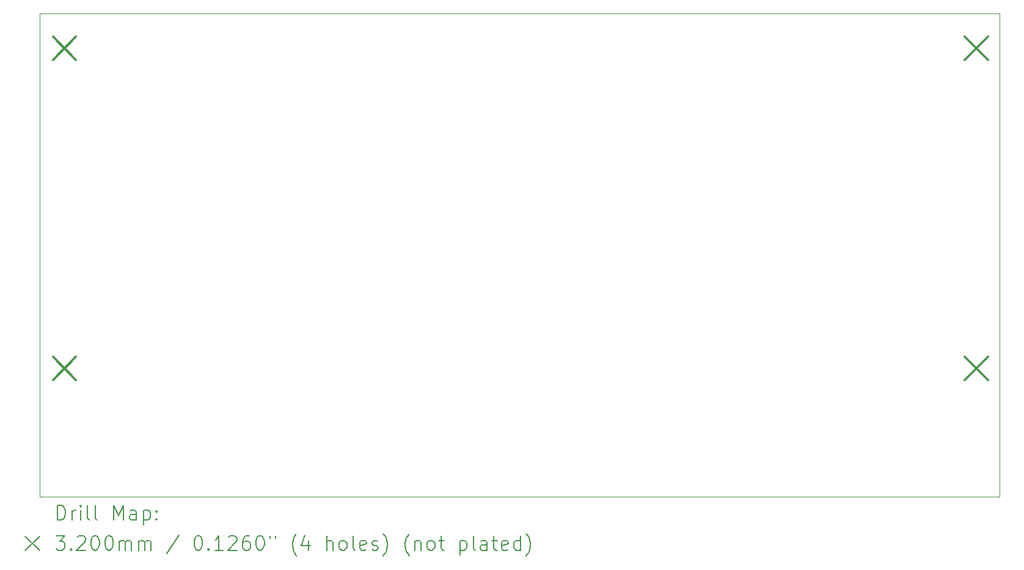
<source format=gbr>
%TF.GenerationSoftware,KiCad,Pcbnew,7.0.1*%
%TF.CreationDate,2023-09-25T23:55:46+03:00*%
%TF.ProjectId,keyboard_test,6b657962-6f61-4726-945f-746573742e6b,rev?*%
%TF.SameCoordinates,Original*%
%TF.FileFunction,Drillmap*%
%TF.FilePolarity,Positive*%
%FSLAX45Y45*%
G04 Gerber Fmt 4.5, Leading zero omitted, Abs format (unit mm)*
G04 Created by KiCad (PCBNEW 7.0.1) date 2023-09-25 23:55:46*
%MOMM*%
%LPD*%
G01*
G04 APERTURE LIST*
%ADD10C,0.100000*%
%ADD11C,0.200000*%
%ADD12C,0.320000*%
G04 APERTURE END LIST*
D10*
X3930410Y-8075720D02*
X17229850Y-8075720D01*
X17229850Y-14773700D01*
X3930410Y-14773700D01*
X3930410Y-8075720D01*
D11*
D12*
X4110770Y-8395780D02*
X4430770Y-8715780D01*
X4430770Y-8395780D02*
X4110770Y-8715780D01*
X4110770Y-12830620D02*
X4430770Y-13150620D01*
X4430770Y-12830620D02*
X4110770Y-13150620D01*
X16747270Y-8395780D02*
X17067270Y-8715780D01*
X17067270Y-8395780D02*
X16747270Y-8715780D01*
X16747270Y-12830620D02*
X17067270Y-13150620D01*
X17067270Y-12830620D02*
X16747270Y-13150620D01*
D11*
X4173029Y-15091224D02*
X4173029Y-14891224D01*
X4173029Y-14891224D02*
X4220648Y-14891224D01*
X4220648Y-14891224D02*
X4249220Y-14900748D01*
X4249220Y-14900748D02*
X4268267Y-14919795D01*
X4268267Y-14919795D02*
X4277791Y-14938843D01*
X4277791Y-14938843D02*
X4287315Y-14976938D01*
X4287315Y-14976938D02*
X4287315Y-15005509D01*
X4287315Y-15005509D02*
X4277791Y-15043605D01*
X4277791Y-15043605D02*
X4268267Y-15062652D01*
X4268267Y-15062652D02*
X4249220Y-15081700D01*
X4249220Y-15081700D02*
X4220648Y-15091224D01*
X4220648Y-15091224D02*
X4173029Y-15091224D01*
X4373029Y-15091224D02*
X4373029Y-14957890D01*
X4373029Y-14995986D02*
X4382553Y-14976938D01*
X4382553Y-14976938D02*
X4392077Y-14967414D01*
X4392077Y-14967414D02*
X4411124Y-14957890D01*
X4411124Y-14957890D02*
X4430172Y-14957890D01*
X4496839Y-15091224D02*
X4496839Y-14957890D01*
X4496839Y-14891224D02*
X4487315Y-14900748D01*
X4487315Y-14900748D02*
X4496839Y-14910271D01*
X4496839Y-14910271D02*
X4506362Y-14900748D01*
X4506362Y-14900748D02*
X4496839Y-14891224D01*
X4496839Y-14891224D02*
X4496839Y-14910271D01*
X4620648Y-15091224D02*
X4601600Y-15081700D01*
X4601600Y-15081700D02*
X4592077Y-15062652D01*
X4592077Y-15062652D02*
X4592077Y-14891224D01*
X4725410Y-15091224D02*
X4706362Y-15081700D01*
X4706362Y-15081700D02*
X4696839Y-15062652D01*
X4696839Y-15062652D02*
X4696839Y-14891224D01*
X4953981Y-15091224D02*
X4953981Y-14891224D01*
X4953981Y-14891224D02*
X5020648Y-15034081D01*
X5020648Y-15034081D02*
X5087315Y-14891224D01*
X5087315Y-14891224D02*
X5087315Y-15091224D01*
X5268267Y-15091224D02*
X5268267Y-14986462D01*
X5268267Y-14986462D02*
X5258743Y-14967414D01*
X5258743Y-14967414D02*
X5239696Y-14957890D01*
X5239696Y-14957890D02*
X5201600Y-14957890D01*
X5201600Y-14957890D02*
X5182553Y-14967414D01*
X5268267Y-15081700D02*
X5249220Y-15091224D01*
X5249220Y-15091224D02*
X5201600Y-15091224D01*
X5201600Y-15091224D02*
X5182553Y-15081700D01*
X5182553Y-15081700D02*
X5173029Y-15062652D01*
X5173029Y-15062652D02*
X5173029Y-15043605D01*
X5173029Y-15043605D02*
X5182553Y-15024557D01*
X5182553Y-15024557D02*
X5201600Y-15015033D01*
X5201600Y-15015033D02*
X5249220Y-15015033D01*
X5249220Y-15015033D02*
X5268267Y-15005509D01*
X5363505Y-14957890D02*
X5363505Y-15157890D01*
X5363505Y-14967414D02*
X5382553Y-14957890D01*
X5382553Y-14957890D02*
X5420648Y-14957890D01*
X5420648Y-14957890D02*
X5439696Y-14967414D01*
X5439696Y-14967414D02*
X5449220Y-14976938D01*
X5449220Y-14976938D02*
X5458743Y-14995986D01*
X5458743Y-14995986D02*
X5458743Y-15053128D01*
X5458743Y-15053128D02*
X5449220Y-15072176D01*
X5449220Y-15072176D02*
X5439696Y-15081700D01*
X5439696Y-15081700D02*
X5420648Y-15091224D01*
X5420648Y-15091224D02*
X5382553Y-15091224D01*
X5382553Y-15091224D02*
X5363505Y-15081700D01*
X5544458Y-15072176D02*
X5553981Y-15081700D01*
X5553981Y-15081700D02*
X5544458Y-15091224D01*
X5544458Y-15091224D02*
X5534934Y-15081700D01*
X5534934Y-15081700D02*
X5544458Y-15072176D01*
X5544458Y-15072176D02*
X5544458Y-15091224D01*
X5544458Y-14967414D02*
X5553981Y-14976938D01*
X5553981Y-14976938D02*
X5544458Y-14986462D01*
X5544458Y-14986462D02*
X5534934Y-14976938D01*
X5534934Y-14976938D02*
X5544458Y-14967414D01*
X5544458Y-14967414D02*
X5544458Y-14986462D01*
X3725410Y-15318700D02*
X3925410Y-15518700D01*
X3925410Y-15318700D02*
X3725410Y-15518700D01*
X4153981Y-15311224D02*
X4277791Y-15311224D01*
X4277791Y-15311224D02*
X4211124Y-15387414D01*
X4211124Y-15387414D02*
X4239696Y-15387414D01*
X4239696Y-15387414D02*
X4258743Y-15396938D01*
X4258743Y-15396938D02*
X4268267Y-15406462D01*
X4268267Y-15406462D02*
X4277791Y-15425509D01*
X4277791Y-15425509D02*
X4277791Y-15473128D01*
X4277791Y-15473128D02*
X4268267Y-15492176D01*
X4268267Y-15492176D02*
X4258743Y-15501700D01*
X4258743Y-15501700D02*
X4239696Y-15511224D01*
X4239696Y-15511224D02*
X4182553Y-15511224D01*
X4182553Y-15511224D02*
X4163505Y-15501700D01*
X4163505Y-15501700D02*
X4153981Y-15492176D01*
X4363505Y-15492176D02*
X4373029Y-15501700D01*
X4373029Y-15501700D02*
X4363505Y-15511224D01*
X4363505Y-15511224D02*
X4353981Y-15501700D01*
X4353981Y-15501700D02*
X4363505Y-15492176D01*
X4363505Y-15492176D02*
X4363505Y-15511224D01*
X4449220Y-15330271D02*
X4458743Y-15320748D01*
X4458743Y-15320748D02*
X4477791Y-15311224D01*
X4477791Y-15311224D02*
X4525410Y-15311224D01*
X4525410Y-15311224D02*
X4544458Y-15320748D01*
X4544458Y-15320748D02*
X4553981Y-15330271D01*
X4553981Y-15330271D02*
X4563505Y-15349319D01*
X4563505Y-15349319D02*
X4563505Y-15368367D01*
X4563505Y-15368367D02*
X4553981Y-15396938D01*
X4553981Y-15396938D02*
X4439696Y-15511224D01*
X4439696Y-15511224D02*
X4563505Y-15511224D01*
X4687315Y-15311224D02*
X4706362Y-15311224D01*
X4706362Y-15311224D02*
X4725410Y-15320748D01*
X4725410Y-15320748D02*
X4734934Y-15330271D01*
X4734934Y-15330271D02*
X4744458Y-15349319D01*
X4744458Y-15349319D02*
X4753981Y-15387414D01*
X4753981Y-15387414D02*
X4753981Y-15435033D01*
X4753981Y-15435033D02*
X4744458Y-15473128D01*
X4744458Y-15473128D02*
X4734934Y-15492176D01*
X4734934Y-15492176D02*
X4725410Y-15501700D01*
X4725410Y-15501700D02*
X4706362Y-15511224D01*
X4706362Y-15511224D02*
X4687315Y-15511224D01*
X4687315Y-15511224D02*
X4668267Y-15501700D01*
X4668267Y-15501700D02*
X4658743Y-15492176D01*
X4658743Y-15492176D02*
X4649220Y-15473128D01*
X4649220Y-15473128D02*
X4639696Y-15435033D01*
X4639696Y-15435033D02*
X4639696Y-15387414D01*
X4639696Y-15387414D02*
X4649220Y-15349319D01*
X4649220Y-15349319D02*
X4658743Y-15330271D01*
X4658743Y-15330271D02*
X4668267Y-15320748D01*
X4668267Y-15320748D02*
X4687315Y-15311224D01*
X4877791Y-15311224D02*
X4896839Y-15311224D01*
X4896839Y-15311224D02*
X4915886Y-15320748D01*
X4915886Y-15320748D02*
X4925410Y-15330271D01*
X4925410Y-15330271D02*
X4934934Y-15349319D01*
X4934934Y-15349319D02*
X4944458Y-15387414D01*
X4944458Y-15387414D02*
X4944458Y-15435033D01*
X4944458Y-15435033D02*
X4934934Y-15473128D01*
X4934934Y-15473128D02*
X4925410Y-15492176D01*
X4925410Y-15492176D02*
X4915886Y-15501700D01*
X4915886Y-15501700D02*
X4896839Y-15511224D01*
X4896839Y-15511224D02*
X4877791Y-15511224D01*
X4877791Y-15511224D02*
X4858743Y-15501700D01*
X4858743Y-15501700D02*
X4849220Y-15492176D01*
X4849220Y-15492176D02*
X4839696Y-15473128D01*
X4839696Y-15473128D02*
X4830172Y-15435033D01*
X4830172Y-15435033D02*
X4830172Y-15387414D01*
X4830172Y-15387414D02*
X4839696Y-15349319D01*
X4839696Y-15349319D02*
X4849220Y-15330271D01*
X4849220Y-15330271D02*
X4858743Y-15320748D01*
X4858743Y-15320748D02*
X4877791Y-15311224D01*
X5030172Y-15511224D02*
X5030172Y-15377890D01*
X5030172Y-15396938D02*
X5039696Y-15387414D01*
X5039696Y-15387414D02*
X5058743Y-15377890D01*
X5058743Y-15377890D02*
X5087315Y-15377890D01*
X5087315Y-15377890D02*
X5106362Y-15387414D01*
X5106362Y-15387414D02*
X5115886Y-15406462D01*
X5115886Y-15406462D02*
X5115886Y-15511224D01*
X5115886Y-15406462D02*
X5125410Y-15387414D01*
X5125410Y-15387414D02*
X5144458Y-15377890D01*
X5144458Y-15377890D02*
X5173029Y-15377890D01*
X5173029Y-15377890D02*
X5192077Y-15387414D01*
X5192077Y-15387414D02*
X5201601Y-15406462D01*
X5201601Y-15406462D02*
X5201601Y-15511224D01*
X5296839Y-15511224D02*
X5296839Y-15377890D01*
X5296839Y-15396938D02*
X5306362Y-15387414D01*
X5306362Y-15387414D02*
X5325410Y-15377890D01*
X5325410Y-15377890D02*
X5353982Y-15377890D01*
X5353982Y-15377890D02*
X5373029Y-15387414D01*
X5373029Y-15387414D02*
X5382553Y-15406462D01*
X5382553Y-15406462D02*
X5382553Y-15511224D01*
X5382553Y-15406462D02*
X5392077Y-15387414D01*
X5392077Y-15387414D02*
X5411124Y-15377890D01*
X5411124Y-15377890D02*
X5439696Y-15377890D01*
X5439696Y-15377890D02*
X5458743Y-15387414D01*
X5458743Y-15387414D02*
X5468267Y-15406462D01*
X5468267Y-15406462D02*
X5468267Y-15511224D01*
X5858743Y-15301700D02*
X5687315Y-15558843D01*
X6115886Y-15311224D02*
X6134934Y-15311224D01*
X6134934Y-15311224D02*
X6153982Y-15320748D01*
X6153982Y-15320748D02*
X6163505Y-15330271D01*
X6163505Y-15330271D02*
X6173029Y-15349319D01*
X6173029Y-15349319D02*
X6182553Y-15387414D01*
X6182553Y-15387414D02*
X6182553Y-15435033D01*
X6182553Y-15435033D02*
X6173029Y-15473128D01*
X6173029Y-15473128D02*
X6163505Y-15492176D01*
X6163505Y-15492176D02*
X6153982Y-15501700D01*
X6153982Y-15501700D02*
X6134934Y-15511224D01*
X6134934Y-15511224D02*
X6115886Y-15511224D01*
X6115886Y-15511224D02*
X6096839Y-15501700D01*
X6096839Y-15501700D02*
X6087315Y-15492176D01*
X6087315Y-15492176D02*
X6077791Y-15473128D01*
X6077791Y-15473128D02*
X6068267Y-15435033D01*
X6068267Y-15435033D02*
X6068267Y-15387414D01*
X6068267Y-15387414D02*
X6077791Y-15349319D01*
X6077791Y-15349319D02*
X6087315Y-15330271D01*
X6087315Y-15330271D02*
X6096839Y-15320748D01*
X6096839Y-15320748D02*
X6115886Y-15311224D01*
X6268267Y-15492176D02*
X6277791Y-15501700D01*
X6277791Y-15501700D02*
X6268267Y-15511224D01*
X6268267Y-15511224D02*
X6258743Y-15501700D01*
X6258743Y-15501700D02*
X6268267Y-15492176D01*
X6268267Y-15492176D02*
X6268267Y-15511224D01*
X6468267Y-15511224D02*
X6353982Y-15511224D01*
X6411124Y-15511224D02*
X6411124Y-15311224D01*
X6411124Y-15311224D02*
X6392077Y-15339795D01*
X6392077Y-15339795D02*
X6373029Y-15358843D01*
X6373029Y-15358843D02*
X6353982Y-15368367D01*
X6544458Y-15330271D02*
X6553982Y-15320748D01*
X6553982Y-15320748D02*
X6573029Y-15311224D01*
X6573029Y-15311224D02*
X6620648Y-15311224D01*
X6620648Y-15311224D02*
X6639696Y-15320748D01*
X6639696Y-15320748D02*
X6649220Y-15330271D01*
X6649220Y-15330271D02*
X6658743Y-15349319D01*
X6658743Y-15349319D02*
X6658743Y-15368367D01*
X6658743Y-15368367D02*
X6649220Y-15396938D01*
X6649220Y-15396938D02*
X6534934Y-15511224D01*
X6534934Y-15511224D02*
X6658743Y-15511224D01*
X6830172Y-15311224D02*
X6792077Y-15311224D01*
X6792077Y-15311224D02*
X6773029Y-15320748D01*
X6773029Y-15320748D02*
X6763505Y-15330271D01*
X6763505Y-15330271D02*
X6744458Y-15358843D01*
X6744458Y-15358843D02*
X6734934Y-15396938D01*
X6734934Y-15396938D02*
X6734934Y-15473128D01*
X6734934Y-15473128D02*
X6744458Y-15492176D01*
X6744458Y-15492176D02*
X6753982Y-15501700D01*
X6753982Y-15501700D02*
X6773029Y-15511224D01*
X6773029Y-15511224D02*
X6811124Y-15511224D01*
X6811124Y-15511224D02*
X6830172Y-15501700D01*
X6830172Y-15501700D02*
X6839696Y-15492176D01*
X6839696Y-15492176D02*
X6849220Y-15473128D01*
X6849220Y-15473128D02*
X6849220Y-15425509D01*
X6849220Y-15425509D02*
X6839696Y-15406462D01*
X6839696Y-15406462D02*
X6830172Y-15396938D01*
X6830172Y-15396938D02*
X6811124Y-15387414D01*
X6811124Y-15387414D02*
X6773029Y-15387414D01*
X6773029Y-15387414D02*
X6753982Y-15396938D01*
X6753982Y-15396938D02*
X6744458Y-15406462D01*
X6744458Y-15406462D02*
X6734934Y-15425509D01*
X6973029Y-15311224D02*
X6992077Y-15311224D01*
X6992077Y-15311224D02*
X7011124Y-15320748D01*
X7011124Y-15320748D02*
X7020648Y-15330271D01*
X7020648Y-15330271D02*
X7030172Y-15349319D01*
X7030172Y-15349319D02*
X7039696Y-15387414D01*
X7039696Y-15387414D02*
X7039696Y-15435033D01*
X7039696Y-15435033D02*
X7030172Y-15473128D01*
X7030172Y-15473128D02*
X7020648Y-15492176D01*
X7020648Y-15492176D02*
X7011124Y-15501700D01*
X7011124Y-15501700D02*
X6992077Y-15511224D01*
X6992077Y-15511224D02*
X6973029Y-15511224D01*
X6973029Y-15511224D02*
X6953982Y-15501700D01*
X6953982Y-15501700D02*
X6944458Y-15492176D01*
X6944458Y-15492176D02*
X6934934Y-15473128D01*
X6934934Y-15473128D02*
X6925410Y-15435033D01*
X6925410Y-15435033D02*
X6925410Y-15387414D01*
X6925410Y-15387414D02*
X6934934Y-15349319D01*
X6934934Y-15349319D02*
X6944458Y-15330271D01*
X6944458Y-15330271D02*
X6953982Y-15320748D01*
X6953982Y-15320748D02*
X6973029Y-15311224D01*
X7115886Y-15311224D02*
X7115886Y-15349319D01*
X7192077Y-15311224D02*
X7192077Y-15349319D01*
X7487315Y-15587414D02*
X7477791Y-15577890D01*
X7477791Y-15577890D02*
X7458744Y-15549319D01*
X7458744Y-15549319D02*
X7449220Y-15530271D01*
X7449220Y-15530271D02*
X7439696Y-15501700D01*
X7439696Y-15501700D02*
X7430172Y-15454081D01*
X7430172Y-15454081D02*
X7430172Y-15415986D01*
X7430172Y-15415986D02*
X7439696Y-15368367D01*
X7439696Y-15368367D02*
X7449220Y-15339795D01*
X7449220Y-15339795D02*
X7458744Y-15320748D01*
X7458744Y-15320748D02*
X7477791Y-15292176D01*
X7477791Y-15292176D02*
X7487315Y-15282652D01*
X7649220Y-15377890D02*
X7649220Y-15511224D01*
X7601601Y-15301700D02*
X7553982Y-15444557D01*
X7553982Y-15444557D02*
X7677791Y-15444557D01*
X7906363Y-15511224D02*
X7906363Y-15311224D01*
X7992077Y-15511224D02*
X7992077Y-15406462D01*
X7992077Y-15406462D02*
X7982553Y-15387414D01*
X7982553Y-15387414D02*
X7963506Y-15377890D01*
X7963506Y-15377890D02*
X7934934Y-15377890D01*
X7934934Y-15377890D02*
X7915886Y-15387414D01*
X7915886Y-15387414D02*
X7906363Y-15396938D01*
X8115886Y-15511224D02*
X8096839Y-15501700D01*
X8096839Y-15501700D02*
X8087315Y-15492176D01*
X8087315Y-15492176D02*
X8077791Y-15473128D01*
X8077791Y-15473128D02*
X8077791Y-15415986D01*
X8077791Y-15415986D02*
X8087315Y-15396938D01*
X8087315Y-15396938D02*
X8096839Y-15387414D01*
X8096839Y-15387414D02*
X8115886Y-15377890D01*
X8115886Y-15377890D02*
X8144458Y-15377890D01*
X8144458Y-15377890D02*
X8163506Y-15387414D01*
X8163506Y-15387414D02*
X8173029Y-15396938D01*
X8173029Y-15396938D02*
X8182553Y-15415986D01*
X8182553Y-15415986D02*
X8182553Y-15473128D01*
X8182553Y-15473128D02*
X8173029Y-15492176D01*
X8173029Y-15492176D02*
X8163506Y-15501700D01*
X8163506Y-15501700D02*
X8144458Y-15511224D01*
X8144458Y-15511224D02*
X8115886Y-15511224D01*
X8296839Y-15511224D02*
X8277791Y-15501700D01*
X8277791Y-15501700D02*
X8268267Y-15482652D01*
X8268267Y-15482652D02*
X8268267Y-15311224D01*
X8449220Y-15501700D02*
X8430172Y-15511224D01*
X8430172Y-15511224D02*
X8392077Y-15511224D01*
X8392077Y-15511224D02*
X8373029Y-15501700D01*
X8373029Y-15501700D02*
X8363506Y-15482652D01*
X8363506Y-15482652D02*
X8363506Y-15406462D01*
X8363506Y-15406462D02*
X8373029Y-15387414D01*
X8373029Y-15387414D02*
X8392077Y-15377890D01*
X8392077Y-15377890D02*
X8430172Y-15377890D01*
X8430172Y-15377890D02*
X8449220Y-15387414D01*
X8449220Y-15387414D02*
X8458744Y-15406462D01*
X8458744Y-15406462D02*
X8458744Y-15425509D01*
X8458744Y-15425509D02*
X8363506Y-15444557D01*
X8534934Y-15501700D02*
X8553982Y-15511224D01*
X8553982Y-15511224D02*
X8592077Y-15511224D01*
X8592077Y-15511224D02*
X8611125Y-15501700D01*
X8611125Y-15501700D02*
X8620649Y-15482652D01*
X8620649Y-15482652D02*
X8620649Y-15473128D01*
X8620649Y-15473128D02*
X8611125Y-15454081D01*
X8611125Y-15454081D02*
X8592077Y-15444557D01*
X8592077Y-15444557D02*
X8563506Y-15444557D01*
X8563506Y-15444557D02*
X8544458Y-15435033D01*
X8544458Y-15435033D02*
X8534934Y-15415986D01*
X8534934Y-15415986D02*
X8534934Y-15406462D01*
X8534934Y-15406462D02*
X8544458Y-15387414D01*
X8544458Y-15387414D02*
X8563506Y-15377890D01*
X8563506Y-15377890D02*
X8592077Y-15377890D01*
X8592077Y-15377890D02*
X8611125Y-15387414D01*
X8687315Y-15587414D02*
X8696839Y-15577890D01*
X8696839Y-15577890D02*
X8715887Y-15549319D01*
X8715887Y-15549319D02*
X8725410Y-15530271D01*
X8725410Y-15530271D02*
X8734934Y-15501700D01*
X8734934Y-15501700D02*
X8744458Y-15454081D01*
X8744458Y-15454081D02*
X8744458Y-15415986D01*
X8744458Y-15415986D02*
X8734934Y-15368367D01*
X8734934Y-15368367D02*
X8725410Y-15339795D01*
X8725410Y-15339795D02*
X8715887Y-15320748D01*
X8715887Y-15320748D02*
X8696839Y-15292176D01*
X8696839Y-15292176D02*
X8687315Y-15282652D01*
X9049220Y-15587414D02*
X9039696Y-15577890D01*
X9039696Y-15577890D02*
X9020649Y-15549319D01*
X9020649Y-15549319D02*
X9011125Y-15530271D01*
X9011125Y-15530271D02*
X9001601Y-15501700D01*
X9001601Y-15501700D02*
X8992077Y-15454081D01*
X8992077Y-15454081D02*
X8992077Y-15415986D01*
X8992077Y-15415986D02*
X9001601Y-15368367D01*
X9001601Y-15368367D02*
X9011125Y-15339795D01*
X9011125Y-15339795D02*
X9020649Y-15320748D01*
X9020649Y-15320748D02*
X9039696Y-15292176D01*
X9039696Y-15292176D02*
X9049220Y-15282652D01*
X9125410Y-15377890D02*
X9125410Y-15511224D01*
X9125410Y-15396938D02*
X9134934Y-15387414D01*
X9134934Y-15387414D02*
X9153982Y-15377890D01*
X9153982Y-15377890D02*
X9182553Y-15377890D01*
X9182553Y-15377890D02*
X9201601Y-15387414D01*
X9201601Y-15387414D02*
X9211125Y-15406462D01*
X9211125Y-15406462D02*
X9211125Y-15511224D01*
X9334934Y-15511224D02*
X9315887Y-15501700D01*
X9315887Y-15501700D02*
X9306363Y-15492176D01*
X9306363Y-15492176D02*
X9296839Y-15473128D01*
X9296839Y-15473128D02*
X9296839Y-15415986D01*
X9296839Y-15415986D02*
X9306363Y-15396938D01*
X9306363Y-15396938D02*
X9315887Y-15387414D01*
X9315887Y-15387414D02*
X9334934Y-15377890D01*
X9334934Y-15377890D02*
X9363506Y-15377890D01*
X9363506Y-15377890D02*
X9382553Y-15387414D01*
X9382553Y-15387414D02*
X9392077Y-15396938D01*
X9392077Y-15396938D02*
X9401601Y-15415986D01*
X9401601Y-15415986D02*
X9401601Y-15473128D01*
X9401601Y-15473128D02*
X9392077Y-15492176D01*
X9392077Y-15492176D02*
X9382553Y-15501700D01*
X9382553Y-15501700D02*
X9363506Y-15511224D01*
X9363506Y-15511224D02*
X9334934Y-15511224D01*
X9458744Y-15377890D02*
X9534934Y-15377890D01*
X9487315Y-15311224D02*
X9487315Y-15482652D01*
X9487315Y-15482652D02*
X9496839Y-15501700D01*
X9496839Y-15501700D02*
X9515887Y-15511224D01*
X9515887Y-15511224D02*
X9534934Y-15511224D01*
X9753982Y-15377890D02*
X9753982Y-15577890D01*
X9753982Y-15387414D02*
X9773030Y-15377890D01*
X9773030Y-15377890D02*
X9811125Y-15377890D01*
X9811125Y-15377890D02*
X9830172Y-15387414D01*
X9830172Y-15387414D02*
X9839696Y-15396938D01*
X9839696Y-15396938D02*
X9849220Y-15415986D01*
X9849220Y-15415986D02*
X9849220Y-15473128D01*
X9849220Y-15473128D02*
X9839696Y-15492176D01*
X9839696Y-15492176D02*
X9830172Y-15501700D01*
X9830172Y-15501700D02*
X9811125Y-15511224D01*
X9811125Y-15511224D02*
X9773030Y-15511224D01*
X9773030Y-15511224D02*
X9753982Y-15501700D01*
X9963506Y-15511224D02*
X9944458Y-15501700D01*
X9944458Y-15501700D02*
X9934934Y-15482652D01*
X9934934Y-15482652D02*
X9934934Y-15311224D01*
X10125411Y-15511224D02*
X10125411Y-15406462D01*
X10125411Y-15406462D02*
X10115887Y-15387414D01*
X10115887Y-15387414D02*
X10096839Y-15377890D01*
X10096839Y-15377890D02*
X10058744Y-15377890D01*
X10058744Y-15377890D02*
X10039696Y-15387414D01*
X10125411Y-15501700D02*
X10106363Y-15511224D01*
X10106363Y-15511224D02*
X10058744Y-15511224D01*
X10058744Y-15511224D02*
X10039696Y-15501700D01*
X10039696Y-15501700D02*
X10030172Y-15482652D01*
X10030172Y-15482652D02*
X10030172Y-15463605D01*
X10030172Y-15463605D02*
X10039696Y-15444557D01*
X10039696Y-15444557D02*
X10058744Y-15435033D01*
X10058744Y-15435033D02*
X10106363Y-15435033D01*
X10106363Y-15435033D02*
X10125411Y-15425509D01*
X10192077Y-15377890D02*
X10268268Y-15377890D01*
X10220649Y-15311224D02*
X10220649Y-15482652D01*
X10220649Y-15482652D02*
X10230172Y-15501700D01*
X10230172Y-15501700D02*
X10249220Y-15511224D01*
X10249220Y-15511224D02*
X10268268Y-15511224D01*
X10411125Y-15501700D02*
X10392077Y-15511224D01*
X10392077Y-15511224D02*
X10353982Y-15511224D01*
X10353982Y-15511224D02*
X10334934Y-15501700D01*
X10334934Y-15501700D02*
X10325411Y-15482652D01*
X10325411Y-15482652D02*
X10325411Y-15406462D01*
X10325411Y-15406462D02*
X10334934Y-15387414D01*
X10334934Y-15387414D02*
X10353982Y-15377890D01*
X10353982Y-15377890D02*
X10392077Y-15377890D01*
X10392077Y-15377890D02*
X10411125Y-15387414D01*
X10411125Y-15387414D02*
X10420649Y-15406462D01*
X10420649Y-15406462D02*
X10420649Y-15425509D01*
X10420649Y-15425509D02*
X10325411Y-15444557D01*
X10592077Y-15511224D02*
X10592077Y-15311224D01*
X10592077Y-15501700D02*
X10573030Y-15511224D01*
X10573030Y-15511224D02*
X10534934Y-15511224D01*
X10534934Y-15511224D02*
X10515887Y-15501700D01*
X10515887Y-15501700D02*
X10506363Y-15492176D01*
X10506363Y-15492176D02*
X10496839Y-15473128D01*
X10496839Y-15473128D02*
X10496839Y-15415986D01*
X10496839Y-15415986D02*
X10506363Y-15396938D01*
X10506363Y-15396938D02*
X10515887Y-15387414D01*
X10515887Y-15387414D02*
X10534934Y-15377890D01*
X10534934Y-15377890D02*
X10573030Y-15377890D01*
X10573030Y-15377890D02*
X10592077Y-15387414D01*
X10668268Y-15587414D02*
X10677792Y-15577890D01*
X10677792Y-15577890D02*
X10696839Y-15549319D01*
X10696839Y-15549319D02*
X10706363Y-15530271D01*
X10706363Y-15530271D02*
X10715887Y-15501700D01*
X10715887Y-15501700D02*
X10725411Y-15454081D01*
X10725411Y-15454081D02*
X10725411Y-15415986D01*
X10725411Y-15415986D02*
X10715887Y-15368367D01*
X10715887Y-15368367D02*
X10706363Y-15339795D01*
X10706363Y-15339795D02*
X10696839Y-15320748D01*
X10696839Y-15320748D02*
X10677792Y-15292176D01*
X10677792Y-15292176D02*
X10668268Y-15282652D01*
M02*

</source>
